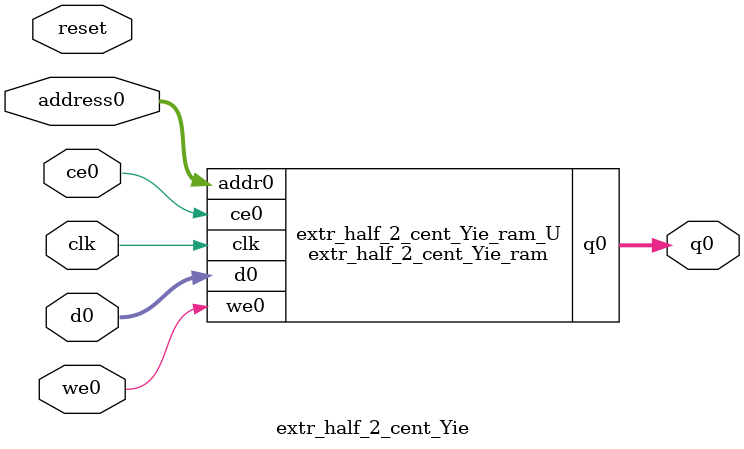
<source format=v>
`timescale 1 ns / 1 ps
module extr_half_2_cent_Yie_ram (addr0, ce0, d0, we0, q0,  clk);

parameter DWIDTH = 8;
parameter AWIDTH = 10;
parameter MEM_SIZE = 736;

input[AWIDTH-1:0] addr0;
input ce0;
input[DWIDTH-1:0] d0;
input we0;
output reg[DWIDTH-1:0] q0;
input clk;

(* ram_style = "block" *)reg [DWIDTH-1:0] ram[0:MEM_SIZE-1];




always @(posedge clk)  
begin 
    if (ce0) begin
        if (we0) 
            ram[addr0] <= d0; 
        q0 <= ram[addr0];
    end
end


endmodule

`timescale 1 ns / 1 ps
module extr_half_2_cent_Yie(
    reset,
    clk,
    address0,
    ce0,
    we0,
    d0,
    q0);

parameter DataWidth = 32'd8;
parameter AddressRange = 32'd736;
parameter AddressWidth = 32'd10;
input reset;
input clk;
input[AddressWidth - 1:0] address0;
input ce0;
input we0;
input[DataWidth - 1:0] d0;
output[DataWidth - 1:0] q0;



extr_half_2_cent_Yie_ram extr_half_2_cent_Yie_ram_U(
    .clk( clk ),
    .addr0( address0 ),
    .ce0( ce0 ),
    .we0( we0 ),
    .d0( d0 ),
    .q0( q0 ));

endmodule


</source>
